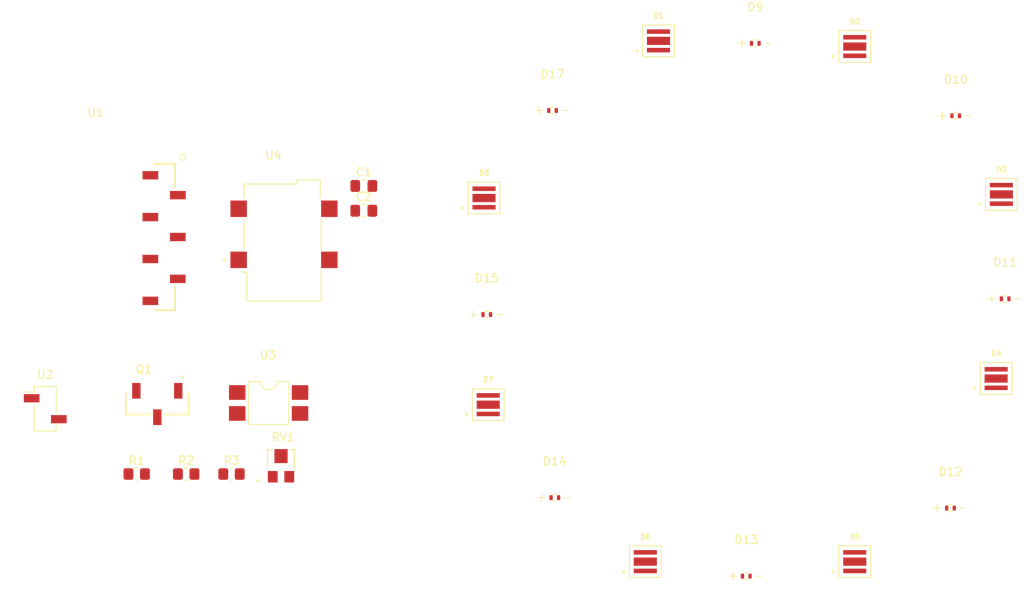
<source format=kicad_pcb>
(kicad_pcb (version 20221018) (generator pcbnew)
  (layers (0 "F.Cu" signal) (31 "B.Cu" signal) (34 "B.Paste" user) (35 "F.Paste" user) (36 "B.SilkS" user "B.Silkscreen") (37 "F.SilkS" user "F.Silkscreen") (38 "B.Mask" user) (39 "F.Mask" user) (44 "Edge.Cuts" user))
  (net 0 "")
  (net 1 "Net-(D1-K)")
  (net 2 "Net-(D1-A)")
  (net 3 "Net-(D10-K)")
  (net 4 "Net-(D10-A)")
  (net 5 "Net-(D11-A)")
  (net 6 "Net-(D12-A)")
  (net 7 "Net-(D13-A)")
  (net 8 "Net-(D14-A)")
  (net 9 "Net-(D15-A)")
  (net 10 "Net-(Q1-E)")
  (net 11 "Net-(Q1-B)")
  (net 12 "Net-(Q1-C)")
  (net 13 "/PWM input")
  (net 14 "Net-(R3-Pad2)")
  (net 15 "Net-(U1-Vin+)")
  (net 16 "GND")
  (net 17 "Net-(U2-3)")
  (net 18 "Net-(U2-4)")
  (footprint "cv_lighting_footprints:D3V3M1U2S9-7" (layer "F.Cu") (at 179.8828 130.7084)
    (fp_text reference "D13" (at 0 -0.5 unlocked) (layer "F.SilkS"))
    (fp_text value "D_TVS")
    (fp_line (start -2.032 3.9116) (end -1.2192 3.9116) (stroke (width 0.12)) (layer "F.SilkS"))
    (fp_line (start -1.6256 3.4544) (end -1.6256 4.3688) (stroke (width 0.12)) (layer "F.SilkS"))
    (fp_line (start -0.3048 3.5052) (end 0.254 3.5052) (stroke (width 0.12)) (layer "F.SilkS"))
    (fp_line (start -0.3048 4.318) (end 0.254 4.318) (stroke (width 0.12)) (layer "F.SilkS"))
    (fp_line (start 1.1938 3.9116) (end 1.8288 3.9116) (stroke (width 0.12)) (layer "F.SilkS"))
    (pad "1" smd roundrect (at -0.4572 3.9116) (size 0.4 0.6) (layers "F.Cu" "F.Paste" "F.Mask") (net 6 "Net-(D12-A)"))
    (pad "2" smd roundrect (at 0.4572 3.9116) (size 0.4 0.6) (layers "F.Cu" "F.Paste" "F.Mask") (net 7 "Net-(D13-A)"))
  )
  (footprint "cv_lighting_footprints:LED_SFH4715AS" (layer "F.Cu") (at 210.185 110.635)
    (fp_text reference "D4" (at 0.03 -3.045) (layer "F.SilkS") (effects (font (size 0.629921 0.629921))))
    (fp_text value "LED")
    (fp_line (start -1.925 -1.925) (end -1.925 1.925) (stroke (width 0.127)) (layer "F.SilkS"))
    (fp_line (start -1.925 1.925) (end 1.925 1.925) (stroke (width 0.127)) (layer "F.SilkS"))
    (fp_line (start 1.925 -1.925) (end -1.925 -1.925) (stroke (width 0.127)) (layer "F.SilkS"))
    (fp_line (start 1.925 1.925) (end 1.925 -1.925) (stroke (width 0.127)) (layer "F.SilkS"))
    (fp_circle (center -2.62676 1.19508) (end -2.52676 1.19508) (stroke (width 0.2)) (fill none) (layer "F.SilkS"))
    (pad "1" smd rect (at 0 -1.125 180) (size 2.8 0.55) (layers "F.Cu") (net 5 "Net-(D11-A)"))
    (pad "2" smd rect (at 0 0 180) (size 2.8 1) (layers "F.Cu") (net 4 "Net-(D10-A)"))
    (pad "2" smd rect (at 0 1.125 180) (size 2.8 0.55) (layers "F.Cu") (net 4 "Net-(D10-A)"))
  )
  (footprint "cv_lighting_footprints:D3V3M1U2S9-7" (layer "F.Cu") (at 156.3878 74.1934)
    (fp_text reference "D17" (at 0 -0.5 unlocked) (layer "F.SilkS"))
    (fp_text value "D_TVS")
    (fp_line (start -2.032 3.9116) (end -1.2192 3.9116) (stroke (width 0.12)) (layer "F.SilkS"))
    (fp_line (start -1.6256 3.4544) (end -1.6256 4.3688) (stroke (width 0.12)) (layer "F.SilkS"))
    (fp_line (start -0.3048 3.5052) (end 0.254 3.5052) (stroke (width 0.12)) (layer "F.SilkS"))
    (fp_line (start -0.3048 4.318) (end 0.254 4.318) (stroke (width 0.12)) (layer "F.SilkS"))
    (fp_line (start 1.1938 3.9116) (end 1.8288 3.9116) (stroke (width 0.12)) (layer "F.SilkS"))
    (pad "1" smd roundrect (at -0.4572 3.9116) (size 0.4 0.6) (layers "F.Cu" "F.Paste" "F.Mask") (net 2 "Net-(D1-A)"))
    (pad "2" smd roundrect (at 0.4572 3.9116) (size 0.4 0.6) (layers "F.Cu" "F.Paste" "F.Mask") (net 1 "Net-(D1-K)"))
  )
  (footprint "Capacitor_SMD:C_0805_2012Metric_Pad1.18x1.45mm_HandSolder" (layer "F.Cu") (at 133.5 87.26)
    (fp_text reference "C1" (at 0 -1.68) (layer "F.SilkS"))
    (fp_text value "0.1uF")
    (fp_line (start -0.261252 -0.735) (end 0.261252 -0.735) (stroke (width 0.12)) (layer "F.SilkS"))
    (fp_line (start -0.261252 0.735) (end 0.261252 0.735) (stroke (width 0.12)) (layer "F.SilkS"))
    (pad "1" smd roundrect (at -1.0375 0) (size 1.175 1.45) (layers "F.Cu" "F.Paste" "F.Mask") (roundrect_rratio 0.212766) (net 15 "Net-(U1-Vin+)"))
    (pad "2" smd roundrect (at 1.0375 0) (size 1.175 1.45) (layers "F.Cu" "F.Paste" "F.Mask") (roundrect_rratio 0.212766) (net 16 "GND"))
  )
  (footprint "cv_lighting_footprints:D3V3M1U2S9-7" (layer "F.Cu") (at 204.6478 122.4534)
    (fp_text reference "D12" (at 0 -0.5 unlocked) (layer "F.SilkS"))
    (fp_text value "D_TVS")
    (fp_line (start -2.032 3.9116) (end -1.2192 3.9116) (stroke (width 0.12)) (layer "F.SilkS"))
    (fp_line (start -1.6256 3.4544) (end -1.6256 4.3688) (stroke (width 0.12)) (layer "F.SilkS"))
    (fp_line (start -0.3048 3.5052) (end 0.254 3.5052) (stroke (width 0.12)) (layer "F.SilkS"))
    (fp_line (start -0.3048 4.318) (end 0.254 4.318) (stroke (width 0.12)) (layer "F.SilkS"))
    (fp_line (start 1.1938 3.9116) (end 1.8288 3.9116) (stroke (width 0.12)) (layer "F.SilkS"))
    (pad "1" smd roundrect (at -0.4572 3.9116) (size 0.4 0.6) (layers "F.Cu" "F.Paste" "F.Mask") (net 5 "Net-(D11-A)"))
    (pad "2" smd roundrect (at 0.4572 3.9116) (size 0.4 0.6) (layers "F.Cu" "F.Paste" "F.Mask") (net 6 "Net-(D12-A)"))
  )
  (footprint "cv_lighting_footprints:D3V3M1U2S9-7" (layer "F.Cu") (at 156.6672 121.1834)
    (fp_text reference "D14" (at 0 -0.5 unlocked) (layer "F.SilkS"))
    (fp_text value "D_TVS")
    (fp_line (start -2.032 3.9116) (end -1.2192 3.9116) (stroke (width 0.12)) (layer "F.SilkS"))
    (fp_line (start -1.6256 3.4544) (end -1.6256 4.3688) (stroke (width 0.12)) (layer "F.SilkS"))
    (fp_line (start -0.3048 3.5052) (end 0.254 3.5052) (stroke (width 0.12)) (layer "F.SilkS"))
    (fp_line (start -0.3048 4.318) (end 0.254 4.318) (stroke (width 0.12)) (layer "F.SilkS"))
    (fp_line (start 1.1938 3.9116) (end 1.8288 3.9116) (stroke (width 0.12)) (layer "F.SilkS"))
    (pad "1" smd roundrect (at -0.4572 3.9116) (size 0.4 0.6) (layers "F.Cu" "F.Paste" "F.Mask") (net 7 "Net-(D13-A)"))
    (pad "2" smd roundrect (at 0.4572 3.9116) (size 0.4 0.6) (layers "F.Cu" "F.Paste" "F.Mask") (net 8 "Net-(D14-A)"))
  )
  (footprint "cv_lighting_footprints:VO617A" (layer "F.Cu") (at 121.869999 108.2708)
    (fp_text reference "U3" (at 0 -0.5 unlocked) (layer "F.SilkS"))
    (fp_text value "VO617A")
    (fp_line (start -2.36 2.734) (end -2.36 7.934) (stroke (width 0.12)) (layer "F.SilkS"))
    (fp_line (start -2.36 7.934) (end 2.54 7.934) (stroke (width 0.12)) (layer "F.SilkS"))
    (fp_line (start -0.91 2.734) (end -2.36 2.734) (stroke (width 0.12)) (layer "F.SilkS"))
    (fp_line (start 2.54 2.734) (end 1.09 2.734) (stroke (width 0.12)) (layer "F.SilkS"))
    (fp_line (start 2.54 7.934) (end 2.54 2.734) (stroke (width 0.12)) (layer "F.SilkS"))
    (fp_arc (start 1.09 2.734) (mid 0.09 3.734) (end -0.91 2.734) (stroke (width 0.12)) (layer "F.SilkS"))
    (pad "1" smd rect (at -3.72 4.064) (size 2 1.78) (layers "F.Cu" "F.Paste" "F.Mask") (net 14 "Net-(R3-Pad2)"))
    (pad "2" smd rect (at -3.72 6.604) (size 2 1.78) (layers "F.Cu" "F.Paste" "F.Mask") (net 18 "Net-(U2-4)"))
    (pad "3" smd rect (at 3.9 6.604) (size 2 1.78) (layers "F.Cu" "F.Paste" "F.Mask") (net 9 "Net-(D15-A)"))
    (pad "4" smd rect (at 3.9 4.064) (size 2 1.78) (layers "F.Cu" "F.Paste" "F.Mask") (net 10 "Net-(Q1-E)"))
  )
  (footprint "cv_lighting_footprints:3021_Buckpuck" (layer "F.Cu") (at 100.965 78.8525)
    (fp_text reference "U1" (at 0 -0.5 unlocked) (layer "F.SilkS"))
    (fp_text value "Current Driver")
    (fp_line (start 9.652 5.715) (end 7.112 5.715) (stroke (width 0.2)) (layer "F.SilkS"))
    (fp_line (start 9.652 5.715) (end 9.652 8.665) (stroke (width 0.2)) (layer "F.SilkS"))
    (fp_line (start 9.652 23.495) (end 7.112 23.495) (stroke (width 0.2)) (layer "F.SilkS"))
    (fp_line (start 9.652 23.495) (end 9.652 20.545) (stroke (width 0.2)) (layer "F.SilkS"))
    (fp_circle (center 10.5664 4.9276) (end 10.8712 4.7244) (stroke (width 0.12)) (fill none) (layer "F.SilkS"))
    (pad "" np_thru_hole circle (at 8.382 6.985 90) (size 1.02 1.02) (drill 1.02) (layers "*.Cu" "*.Mask"))
    (pad "" np_thru_hole circle (at 8.382 9.525 90) (size 1.02 1.02) (drill 1.02) (layers "*.Cu" "*.Mask"))
    (pad "" np_thru_hole circle (at 8.382 12.065 90) (size 1.02 1.02) (drill 1.02) (layers "*.Cu" "*.Mask"))
    (pad "" np_thru_hole circle (at 8.382 14.605 90) (size 1.02 1.02) (drill 1.02) (layers "*.Cu" "*.Mask"))
    (pad "" np_thru_hole circle (at 8.382 17.145 90) (size 1.02 1.02) (drill 1.02) (layers "*.Cu" "*.Mask"))
    (pad "" np_thru_hole circle (at 8.382 19.685 90) (size 1.02 1.02) (drill 1.02) (layers "*.Cu" "*.Mask"))
    (pad "" np_thru_hole circle (at 8.382 22.225 90) (size 1.02 1.02) (drill 1.02) (layers "*.Cu" "*.Mask"))
    (pad "1" smd rect (at 6.6525 7.112 90) (size 1.02 1.905) (layers "F.Cu" "F.Paste" "F.Mask") (net 2 "Net-(D1-A)"))
    (pad "2" smd rect (at 9.9845 9.525 90) (size 1.02 1.905) (layers "F.Cu" "F.Paste" "F.Mask") (net 9 "Net-(D15-A)"))
    (pad "3" smd rect (at 6.6525 12.192 90) (size 1.02 1.905) (layers "F.Cu" "F.Paste" "F.Mask") (net 12 "Net-(Q1-C)"))
    (pad "4" smd rect (at 9.9845 14.605 90) (size 1.02 1.905) (layers "F.Cu" "F.Paste" "F.Mask") (net 10 "Net-(Q1-E)"))
    (pad "5" smd rect (at 6.6525 17.272 90) (size 1.02 1.905) (layers "F.Cu" "F.Paste" "F.Mask") (net 15 "Net-(U1-Vin+)"))
    (pad "6" smd rect (at 9.9845 19.685 90) (size 1.02 1.905) (layers "F.Cu" "F.Paste" "F.Mask"))
    (pad "7" smd rect (at 6.6525 22.352 90) (size 1.02 1.905) (layers "F.Cu" "F.Paste" "F.Mask") (net 16 "GND"))
  )
  (footprint "cv_lighting_footprints:35WR5KLFTR" (layer "F.Cu") (at 123.459999 121.2253)
    (fp_text reference "RV1" (at 0.254 -3.4544 unlocked) (layer "F.SilkS"))
    (fp_text value "35WR5KLFTR")
    (fp_line (start -1.6256 -1.9558) (end -1.6256 0.2997) (stroke (width 0.1524)) (layer "F.SilkS"))
    (fp_line (start -1.13284 -1.9558) (end -1.6256 -1.9558) (stroke (width 0.1524)) (layer "F.SilkS"))
    (fp_line (start 1.6256 -1.9558) (end 1.13284 -1.9558) (stroke (width 0.1524)) (layer "F.SilkS"))
    (fp_line (start 1.6256 0.2997) (end 1.6256 -1.9558) (stroke (width 0.1524)) (layer "F.SilkS"))
    (fp_circle (center -2.7686 1.825) (end -2.6416 1.825) (stroke (width 0.1524)) (fill none) (layer "F.SilkS"))
    (pad "1" smd rect (at -1.000001 1.3297) (size 1.1938 1.397) (layers "F.Cu" "F.Paste" "F.Mask") (net 12 "Net-(Q1-C)"))
    (pad "2" smd rect (at 0 -1.1773) (size 1.6002 1.7018) (layers "F.Cu" "F.Paste" "F.Mask") (net 10 "Net-(Q1-E)"))
    (pad "3" smd rect (at 1.000001 1.3297) (size 1.1938 1.397) (layers "F.Cu" "F.Paste" "F.Mask") (net 10 "Net-(Q1-E)"))
  )
  (footprint "cv_lighting_footprints:D3V3M1U2S9-7" (layer "F.Cu") (at 148.4122 98.9584)
    (fp_text reference "D15" (at 0 -0.5 unlocked) (layer "F.SilkS"))
    (fp_text value "D_TVS")
    (fp_line (start -2.032 3.9116) (end -1.2192 3.9116) (stroke (width 0.12)) (layer "F.SilkS"))
    (fp_line (start -1.6256 3.4544) (end -1.6256 4.3688) (stroke (width 0.12)) (layer "F.SilkS"))
    (fp_line (start -0.3048 3.5052) (end 0.254 3.5052) (stroke (width 0.12)) (layer "F.SilkS"))
    (fp_line (start -0.3048 4.318) (end 0.254 4.318) (stroke (width 0.12)) (layer "F.SilkS"))
    (fp_line (start 1.1938 3.9116) (end 1.8288 3.9116) (stroke (width 0.12)) (layer "F.SilkS"))
    (pad "1" smd roundrect (at -0.4572 3.9116) (size 0.4 0.6) (layers "F.Cu" "F.Paste" "F.Mask") (net 8 "Net-(D14-A)"))
    (pad "2" smd roundrect (at 0.4572 3.9116) (size 0.4 0.6) (layers "F.Cu" "F.Paste" "F.Mask") (net 9 "Net-(D15-A)"))
  )
  (footprint "Resistor_SMD:R_0805_2012Metric_Pad1.20x1.40mm_HandSolder" (layer "F.Cu") (at 117.459999 122.2253)
    (fp_text reference "R3" (at 0 -1.65) (layer "F.SilkS"))
    (fp_text value "1K")
    (fp_line (start -0.227064 -0.735) (end 0.227064 -0.735) (stroke (width 0.12)) (layer "F.SilkS"))
    (fp_line (start -0.227064 0.735) (end 0.227064 0.735) (stroke (width 0.12)) (layer "F.SilkS"))
    (pad "1" smd roundrect (at -1 0) (size 1.2 1.4) (layers "F.Cu" "F.Paste" "F.Mask") (roundrect_rratio 0.208333) (net 17 "Net-(U2-3)"))
    (pad "2" smd roundrect (at 1 0) (size 1.2 1.4) (layers "F.Cu" "F.Paste" "F.Mask") (roundrect_rratio 0.208333) (net 14 "Net-(R3-Pad2)"))
  )
  (footprint "cv_lighting_footprints:TENSILITY_54-00164" (layer "F.Cu") (at 123.825 93.98)
    (fp_text reference "U4" (at -1.27 -10.45) (layer "F.SilkS"))
    (fp_text value "Barrel Jack")
    (fp_line (start -5.1 3.75) (end -5.1 3.57) (stroke (width 0.127)) (layer "F.SilkS"))
    (fp_line (start -5.1 3.75) (end -4.5 3.75) (stroke (width 0.127)) (layer "F.SilkS"))
    (fp_line (start -4.85 -6.95) (end 1.55 -6.95) (stroke (width 0.127)) (layer "F.SilkS"))
    (fp_line (start -4.85 -5.27) (end -4.85 -6.95) (stroke (width 0.127)) (layer "F.SilkS"))
    (fp_line (start -4.85 -2.63) (end -4.85 0.93) (stroke (width 0.127)) (layer "F.SilkS"))
    (fp_line (start -4.5 7.25) (end -4.5 3.75) (stroke (width 0.127)) (layer "F.SilkS"))
    (fp_line (start -4.5 7.25) (end 4.5 7.25) (stroke (width 0.127)) (layer "F.SilkS"))
    (fp_line (start 1.55 -7.45) (end 1.55 -6.95) (stroke (width 0.127)) (layer "F.SilkS"))
    (fp_line (start 1.55 -7.45) (end 4.4 -7.45) (stroke (width 0.127)) (layer "F.SilkS"))
    (fp_line (start 4.4 -7.45) (end 4.4 -5.27) (stroke (width 0.127)) (layer "F.SilkS"))
    (fp_line (start 4.5 -2.63) (end 4.5 0.93) (stroke (width 0.127)) (layer "F.SilkS"))
    (fp_line (start 4.5 7.25) (end 4.5 3.57) (stroke (width 0.127)) (layer "F.SilkS"))
    (fp_circle (center -7.25 2.25) (end -7.15 2.25) (stroke (width 0.2)) (fill none) (layer "F.SilkS"))
    (pad "" np_thru_hole circle (at 0 -2.25) (size 1.8 1.8) (drill 1.8) (layers "*.Cu" "*.Mask"))
    (pad "" np_thru_hole circle (at 0 2.25) (size 1.6 1.6) (drill 1.6) (layers "*.Cu" "*.Mask"))
    (pad "A1" smd rect (at -5.5 2.25) (size 2 2) (layers "F.Cu" "F.Paste" "F.Mask") (net 15 "Net-(U1-Vin+)"))
    (pad "A2" smd rect (at -5.5 -3.95) (size 2 2) (layers "F.Cu" "F.Paste" "F.Mask"))
    (pad "B" smd rect (at 5.5 2.25) (size 2 2) (layers "F.Cu" "F.Paste" "F.Mask") (net 16 "GND"))
    (pad "C" smd rect (at 5.5 -3.95) (size 2 2) (layers "F.Cu" "F.Paste" "F.Mask"))
  )
  (footprint "Connector_PinSocket_2.54mm:PinSocket_1x02_P2.54mm_Vertical_SMD_Pin1Left" (layer "F.Cu") (at 94.87 114.3)
    (fp_text reference "U2" (at 0 -4.14) (layer "F.SilkS"))
    (fp_text value "Camera Input")
    (fp_line (start -2.54 -2.03) (end -1.33 -2.03) (stroke (width 0.12)) (layer "F.SilkS"))
    (fp_line (start -1.33 -2.7) (end -1.33 -2.03) (stroke (width 0.12)) (layer "F.SilkS"))
    (fp_line (start -1.33 -2.7) (end 1.33 -2.7) (stroke (width 0.12)) (layer "F.SilkS"))
    (fp_line (start -1.33 -0.51) (end -1.33 2.7) (stroke (width 0.12)) (layer "F.SilkS"))
    (fp_line (start -1.33 2.7) (end 1.33 2.7) (stroke (width 0.12)) (layer "F.SilkS"))
    (fp_line (start 1.33 -2.7) (end 1.33 0.51) (stroke (width 0.12)) (layer "F.SilkS"))
    (fp_line (start 1.33 2.03) (end 1.33 2.7) (stroke (width 0.12)) (layer "F.SilkS"))
    (pad "1" smd rect (at -1.65 -1.27) (size 1.9 1) (layers "F.Cu" "F.Paste" "F.Mask") (net 13 "/PWM input"))
    (pad "2" smd rect (at 1.65 1.27) (size 1.9 1) (layers "F.Cu" "F.Paste" "F.Mask") (net 16 "GND"))
  )
  (footprint "cv_lighting_footprints:LED_SFH4715AS" (layer "F.Cu") (at 193.04 70.34)
    (fp_text reference "D2" (at 0.03 -3.045) (layer "F.SilkS") (effects (font (size 0.629921 0.629921))))
    (fp_text value "LED")
    (fp_line (start -1.925 -1.925) (end -1.925 1.925) (stroke (width 0.127)) (layer "F.SilkS"))
    (fp_line (start -1.925 1.925) (end 1.925 1.925) (stroke (width 0.127)) (layer "F.SilkS"))
    (fp_line (start 1.925 -1.925) (end -1.925 -1.925) (stroke (width 0.127)) (layer "F.SilkS"))
    (fp_line (start 1.925 1.925) (end 1.925 -1.925) (stroke (width 0.127)) (layer "F.SilkS"))
    (fp_circle (center -2.62676 1.19508) (end -2.52676 1.19508) (stroke (width 0.2)) (fill none) (layer "F.SilkS"))
    (pad "1" smd rect (at 0 -1.125 180) (size 2.8 0.55) (layers "F.Cu") (net 3 "Net-(D10-K)"))
    (pad "2" smd rect (at 0 0 180) (size 2.8 1) (layers "F.Cu") (net 1 "Net-(D1-K)"))
    (pad "2" smd rect (at 0 1.125 180) (size 2.8 0.55) (layers "F.Cu") (net 1 "Net-(D1-K)"))
  )
  (footprint "cv_lighting_footprints:LED_SFH4715AS" (layer "F.Cu") (at 148.59 113.81)
    (fp_text reference "D7" (at 0.03 -3.045) (layer "F.SilkS") (effects (font (size 0.629921 0.629921))))
    (fp_text value "LED")
    (fp_line (start -1.925 -1.925) (end -1.925 1.925) (stroke (width 0.127)) (layer "F.SilkS"))
    (fp_line (start -1.925 1.925) (end 1.925 1.925) (stroke (width 0.127)) (layer "F.SilkS"))
    (fp_line (start 1.925 -1.925) (end -1.925 -1.925) (stroke (width 0.127)) (layer "F.SilkS"))
    (fp_line (start 1.925 1.925) (end 1.925 -1.925) (stroke (width 0.127)) (layer "F.SilkS"))
    (fp_circle (center -2.62676 1.19508) (end -2.52676 1.19508) (stroke (width 0.2)) (fill none) (layer "F.SilkS"))
    (pad "1" smd rect (at 0 -1.125 180) (size 2.8 0.55) (layers "F.Cu") (net 8 "Net-(D14-A)"))
    (pad "2" smd rect (at 0 0 180) (size 2.8 1) (layers "F.Cu") (net 7 "Net-(D13-A)"))
    (pad "2" smd rect (at 0 1.125 180) (size 2.8 0.55) (layers "F.Cu") (net 7 "Net-(D13-A)"))
  )
  (footprint "cv_lighting_footprints:LED_SFH4715AS" (layer "F.Cu") (at 210.82 88.2869)
    (fp_text reference "D3" (at 0.03 -3.045) (layer "F.SilkS") (effects (font (size 0.629921 0.629921))))
    (fp_text value "LED")
    (fp_line (start -1.925 -1.925) (end -1.925 1.925) (stroke (width 0.127)) (layer "F.SilkS"))
    (fp_line (start -1.925 1.925) (end 1.925 1.925) (stroke (width 0.127)) (layer "F.SilkS"))
    (fp_line (start 1.925 -1.925) (end -1.925 -1.925) (stroke (width 0.127)) (layer "F.SilkS"))
    (fp_line (start 1.925 1.925) (end 1.925 -1.925) (stroke (width 0.127)) (layer "F.SilkS"))
    (fp_circle (center -2.62676 1.19508) (end -2.52676 1.19508) (stroke (width 0.2)) (fill none) (layer "F.SilkS"))
    (pad "1" smd rect (at 0 -1.125 180) (size 2.8 0.55) (layers "F.Cu") (net 4 "Net-(D10-A)"))
    (pad "2" smd rect (at 0 0 180) (size 2.8 1) (layers "F.Cu") (net 3 "Net-(D10-K)"))
    (pad "2" smd rect (at 0 1.125 180) (size 2.8 0.55) (layers "F.Cu") (net 3 "Net-(D10-K)"))
  )
  (footprint "cv_lighting_footprints:D3V3M1U2S9-7" (layer "F.Cu") (at 205.2828 74.8284)
    (fp_text reference "D10" (at 0 -0.5 unlocked) (layer "F.SilkS"))
    (fp_text value "D_TVS")
    (fp_line (start -2.032 3.9116) (end -1.2192 3.9116) (stroke (width 0.12)) (layer "F.SilkS"))
    (fp_line (start -1.6256 3.4544) (end -1.6256 4.3688) (stroke (width 0.12)) (layer "F.SilkS"))
    (fp_line (start -0.3048 3.5052) (end 0.254 3.5052) (stroke (width 0.12)) (layer "F.SilkS"))
    (fp_line (start -0.3048 4.318) (end 0.254 4.318) (stroke (width 0.12)) (layer "F.SilkS"))
    (fp_line (start 1.1938 3.9116) (end 1.8288 3.9116) (stroke (width 0.12)) (layer "F.SilkS"))
    (pad "1" smd roundrect (at -0.4572 3.9116) (size 0.4 0.6) (layers "F.Cu" "F.Paste" "F.Mask") (net 3 "Net-(D10-K)"))
    (pad "2" smd roundrect (at 0.4572 3.9116) (size 0.4 0.6) (layers "F.Cu" "F.Paste" "F.Mask") (net 4 "Net-(D10-A)"))
  )
  (footprint "cv_lighting_footprints:LED_SFH4715AS" (layer "F.Cu") (at 169.2402 69.6528)
    (fp_text reference "D1" (at 0.03 -3.045) (layer "F.SilkS") (effects (font (size 0.629921 0.629921))))
    (fp_text value "LED")
    (fp_line (start -1.925 -1.925) (end -1.925 1.925) (stroke (width 0.127)) (layer "F.SilkS"))
    (fp_line (start -1.925 1.925) (end 1.925 1.925) (stroke (width 0.127)) (layer "F.SilkS"))
    (fp_line (start 1.925 -1.925) (end -1.925 -1.925) (stroke (width 0.127)) (layer "F.SilkS"))
    (fp_line (start 1.925 1.925) (end 1.925 -1.925) (stroke (width 0.127)) (layer "F.SilkS"))
    (fp_circle (center -2.62676 1.19508) (end -2.52676 1.19508) (stroke (width 0.2)) (fill none) (layer "F.SilkS"))
    (pad "1" smd rect (at 0 -1.125 180) (size 2.8 0.55) (layers "F.Cu") (net 1 "Net-(D1-K)"))
    (pad "2" smd rect (at 0 0 180) (size 2.8 1) (layers "F.Cu") (net 2 "Net-(D1-A)"))
    (pad "2" smd rect (at 0 1.125 180) (size 2.8 0.55) (layers "F.Cu") (net 2 "Net-(D1-A)"))
  )
  (footprint "cv_lighting_footprints:D3V3M1U2S9-7" (layer "F.Cu") (at 180.975 66.04)
    (fp_text reference "D9" (at 0 -0.5 unlocked) (layer "F.SilkS"))
    (fp_text value "D_TVS")
    (fp_line (start -2.032 3.9116) (end -1.2192 3.9116) (stroke (width 0.12)) (layer "F.SilkS"))
    (fp_line (start -1.6256 3.4544) (end -1.6256 4.3688) (stroke (width 0.12)) (layer "F.SilkS"))
    (fp_line (start -0.3048 3.5052) (end 0.254 3.5052) (stroke (width 0.12)) (layer "F.SilkS"))
    (fp_line (start -0.3048 4.318) (end 0.254 4.318) (stroke (width 0.12)) (layer "F.SilkS"))
    (fp_line (start 1.1938 3.9116) (end 1.8288 3.9116) (stroke (width 0.12)) (layer "F.SilkS"))
    (pad "1" smd roundrect (at -0.4572 3.9116) (size 0.4 0.6) (layers "F.Cu" "F.Paste" "F.Mask") (net 1 "Net-(D1-K)"))
    (pad "2" smd roundrect (at 0.4572 3.9116) (size 0.4 0.6) (layers "F.Cu" "F.Paste" "F.Mask") (net 3 "Net-(D10-K)"))
  )
  (footprint "cv_lighting_footprints:LED_SFH4715AS" (layer "F.Cu") (at 167.64 132.86)
    (fp_text reference "D6" (at 0.03 -3.045) (layer "F.SilkS") (effects (font (size 0.629921 0.629921))))
    (fp_text value "LED")
    (fp_line (start -1.925 -1.925) (end -1.925 1.925) (stroke (width 0.127)) (layer "F.SilkS"))
    (fp_line (start -1.925 1.925) (end 1.925 1.925) (stroke (width 0.127)) (layer "F.SilkS"))
    (fp_line (start 1.925 -1.925) (end -1.925 -1.925) (stroke (width 0.127)) (layer "F.SilkS"))
    (fp_line (start 1.925 1.925) (end 1.925 -1.925) (stroke (width 0.127)) (layer "F.SilkS"))
    (fp_circle (center -2.62676 1.19508) (end -2.52676 1.19508) (stroke (width 0.2)) (fill none) (layer "F.SilkS"))
    (pad "1" smd rect (at 0 -1.125 180) (size 2.8 0.55) (layers "F.Cu") (net 7 "Net-(D13-A)"))
    (pad "2" smd rect (at 0 0 180) (size 2.8 1) (layers "F.Cu") (net 6 "Net-(D12-A)"))
    (pad "2" smd rect (at 0 1.125 180) (size 2.8 0.55) (layers "F.Cu") (net 6 "Net-(D12-A)"))
  )
  (footprint "Capacitor_SMD:C_0805_2012Metric_Pad1.18x1.45mm_HandSolder" (layer "F.Cu") (at 133.5 90.27)
    (fp_text reference "C2" (at 0 -1.68) (layer "F.SilkS"))
    (fp_text value "0.1uF")
    (fp_line (start -0.261252 -0.735) (end 0.261252 -0.735) (stroke (width 0.12)) (layer "F.SilkS"))
    (fp_line (start -0.261252 0.735) (end 0.261252 0.735) (stroke (width 0.12)) (layer "F.SilkS"))
    (pad "1" smd roundrect (at -1.0375 0) (size 1.175 1.45) (layers "F.Cu" "F.Paste" "F.Mask") (roundrect_rratio 0.212766) (net 2 "Net-(D1-A)"))
    (pad "2" smd roundrect (at 1.0375 0) (size 1.175 1.45) (layers "F.Cu" "F.Paste" "F.Mask") (roundrect_rratio 0.212766) (net 9 "Net-(D15-A)"))
  )
  (footprint "cv_lighting_footprints:LED_SFH4715AS" (layer "F.Cu") (at 193.04 132.86)
    (fp_text reference "D5" (at 0.03 -3.045) (layer "F.SilkS") (effects (font (size 0.629921 0.629921))))
    (fp_text value "LED")
    (fp_line (start -1.925 -1.925) (end -1.925 1.925) (stroke (width 0.127)) (layer "F.SilkS"))
    (fp_line (start -1.925 1.925) (end 1.925 1.925) (stroke (width 0.127)) (layer "F.SilkS"))
    (fp_line (start 1.925 -1.925) (end -1.925 -1.925) (stroke (width 0.127)) (layer "F.SilkS"))
    (fp_line (start 1.925 1.925) (end 1.925 -1.925) (stroke (width 0.127)) (layer "F.SilkS"))
    (fp_circle (center -2.62676 1.19508) (end -2.52676 1.19508) (stroke (width 0.2)) (fill none) (layer "F.SilkS"))
    (pad "1" smd rect (at 0 -1.125 180) (size 2.8 0.55) (layers "F.Cu") (net 6 "Net-(D12-A)"))
    (pad "2" smd rect (at 0 0 180) (size 2.8 1) (layers "F.Cu") (net 5 "Net-(D11-A)"))
    (pad "2" smd rect (at 0 1.125 180) (size 2.8 0.55) (layers "F.Cu") (net 5 "Net-(D11-A)"))
  )
  (footprint "cv_lighting_footprints:D3V3M1U2S9-7" (layer "F.Cu") (at 211.2772 97.0534)
    (fp_text reference "D11" (at 0 -0.5 unlocked) (layer "F.SilkS"))
    (fp_text value "D_TVS")
    (fp_line (start -2.032 3.9116) (end -1.2192 3.9116) (stroke (width 0.12)) (layer "F.SilkS"))
    (fp_line (start -1.6256 3.4544) (end -1.6256 4.3688) (stroke (width 0.12)) (layer "F.SilkS"))
    (fp_line (start -0.3048 3.5052) (end 0.254 3.5052) (stroke (width 0.12)) (layer "F.SilkS"))
    (fp_line (start -0.3048 4.318) (end 0.254 4.318) (stroke (width 0.12)) (layer "F.SilkS"))
    (fp_line (start 1.1938 3.9116) (end 1.8288 3.9116) (stroke (width 0.12)) (layer "F.SilkS"))
    (pad "1" smd roundrect (at -0.4572 3.9116) (size 0.4 0.6) (layers "F.Cu" "F.Paste" "F.Mask") (net 4 "Net-(D10-A)"))
    (pad "2" smd roundrect (at 0.4572 3.9116) (size 0.4 0.6) (layers "F.Cu" "F.Paste" "F.Mask") (net 5 "Net-(D11-A)"))
  )
  (footprint "Resistor_SMD:R_0805_2012Metric_Pad1.20x1.40mm_HandSolder" (layer "F.Cu") (at 111.959999 122.2253)
    (fp_text reference "R2" (at 0 -1.65) (layer "F.SilkS"))
    (fp_text value "5K")
    (fp_line (start -0.227064 -0.735) (end 0.227064 -0.735) (stroke (width 0.12)) (layer "F.SilkS"))
    (fp_line (start -0.227064 0.735) (end 0.227064 0.735) (stroke (width 0.12)) (layer "F.SilkS"))
    (pad "1" smd roundrect (at -1 0) (size 1.2 1.4) (layers "F.Cu" "F.Paste" "F.Mask") (roundrect_rratio 0.208333) (net 11 "Net-(Q1-B)"))
    (pad "2" smd roundrect (at 1 0) (size 1.2 1.4) (layers "F.Cu" "F.Paste" "F.Mask") (roundrect_rratio 0.208333) (net 10 "Net-(Q1-E)"))
  )
  (footprint "cv_lighting_footprints:LED_SFH4715AS" (layer "F.Cu") (at 148.082 88.7222)
    (fp_text reference "D8" (at 0.03 -3.045) (layer "F.SilkS") (effects (font (size 0.629921 0.629921))))
    (fp_text value "LED")
    (fp_line (start -1.925 -1.925) (end -1.925 1.925) (stroke (width 0.127)) (layer "F.SilkS"))
    (fp_line (start -1.925 1.925) (end 1.925 1.925) (stroke (width 0.127)) (layer "F.SilkS"))
    (fp_line (start 1.925 -1.925) (end -1.925 -1.925) (stroke (width 0.127)) (layer "F.SilkS"))
    (fp_line (start 1.925 1.925) (end 1.925 -1.925) (stroke (width 0.127)) (layer "F.SilkS"))
    (fp_circle (center -2.62676 1.19508) (end -2.52676 1.19508) (stroke (width 0.2)) (fill none) (layer "F.SilkS"))
    (pad "1" smd rect (at 0 -1.125 180) (size 2.8 0.55) (layers "F.Cu") (net 9 "Net-(D15-A)"))
    (pad "2" smd rect (at 0 0 180) (size 2.8 1) (layers "F.Cu") (net 8 "Net-(D14-A)"))
    (pad "2" smd rect (at 0 1.125 180) (size 2.8 0.55) (layers "F.Cu") (net 8 "Net-(D14-A)"))
  )
  (footprint "Resistor_SMD:R_0805_2012Metric_Pad1.20x1.40mm_HandSolder" (layer "F.Cu") (at 105.959999 122.2253)
    (fp_text reference "R1" (at 0 -1.65) (layer "F.SilkS"))
    (fp_text value "5K")
    (fp_line (start -0.227064 -0.735) (end 0.227064 -0.735) (stroke (width 0.12)) (layer "F.SilkS"))
    (fp_line (start -0.227064 0.735) (end 0.227064 0.735) (stroke (width 0.12)) (layer "F.SilkS"))
    (pad "1" smd roundrect (at -1 0) (size 1.2 1.4) (layers "F.Cu" "F.Paste" "F.Mask") (roundrect_rratio 0.208333) (net 10 "Net-(Q1-E)"))
    (pad "2" smd roundrect (at 1 0) (size 1.2 1.4) (layers "F.Cu" "F.Paste" "F.Mask") (roundrect_rratio 0.208333) (net 11 "Net-(Q1-B)"))
  )
  (footprint "cv_lighting_footprints:2N3906" (layer "F.Cu") (at 108.459999 113.7253)
    (fp_text reference "Q1" (at -1.635 -4.205) (layer "F.SilkS"))
    (fp_text value "2N3906")
    (fp_line (start -3.81 1.27) (end -3.81 -1.27) (stroke (width 0.2)) (layer "F.SilkS"))
    (fp_line (start -3.81 1.27) (end -0.86 1.27) (stroke (width 0.2)) (layer "F.SilkS"))
    (fp_line (start 3.81 1.27) (end 0.86 1.27) (stroke (width 0.2)) (layer "F.SilkS"))
    (fp_line (start 3.81 1.27) (end 3.81 -1.27) (stroke (width 0.2)) (layer "F.SilkS"))
    (fp_circle (center 3.05 -3.315) (end 3.15 -3.315) (stroke (width 0.2)) (fill none) (layer "F.SilkS"))
    (pad "" np_thru_hole circle (at -2.54 0) (size 1.02 1.02) (drill 1.02) (layers "*.Cu" "*.Mask"))
    (pad "" np_thru_hole circle (at 0 0) (size 1.02 1.02) (drill 1.02) (layers "*.Cu" "*.Mask"))
    (pad "" np_thru_hole circle (at 2.54 0) (size 1.02 1.02) (drill 1.02) (layers "*.Cu" "*.Mask"))
    (pad "1" smd rect (at 2.54 -1.6025) (size 1.02 1.905) (layers "F.Cu" "F.Paste" "F.Mask") (net 10 "Net-(Q1-E)"))
    (pad "2" smd rect (at 0 1.6025) (size 1.02 1.905) (layers "F.Cu" "F.Paste" "F.Mask") (net 11 "Net-(Q1-B)"))
    (pad "3" smd rect (at -2.54 -1.6025) (size 1.02 1.905) (layers "F.Cu" "F.Paste" "F.Mask") (net 12 "Net-(Q1-C)"))
  )
)
</source>
